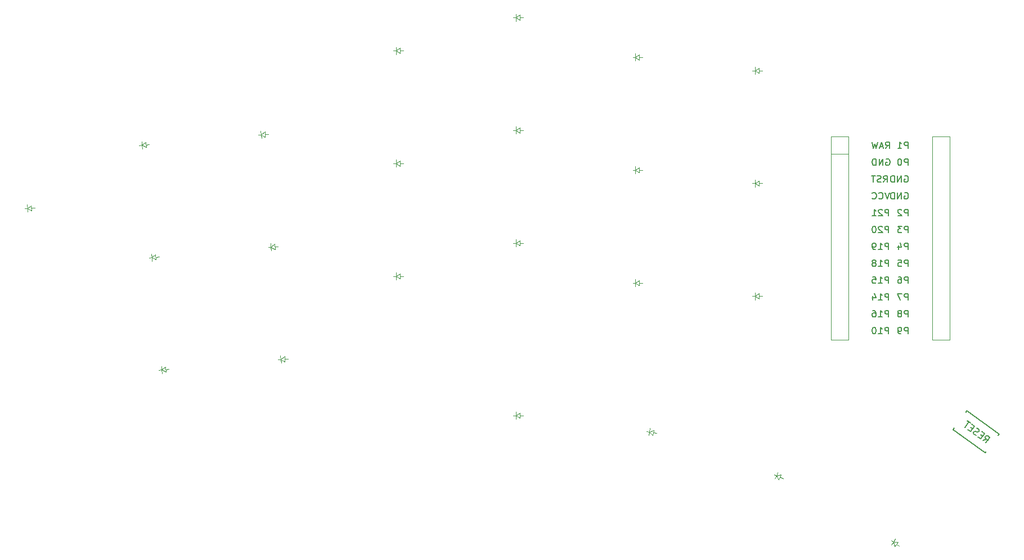
<source format=gbr>
%TF.GenerationSoftware,KiCad,Pcbnew,7.0.10*%
%TF.CreationDate,2024-02-18T22:51:37+03:00*%
%TF.ProjectId,jcuken_1,6a63756b-656e-45f3-912e-6b696361645f,0.1*%
%TF.SameCoordinates,Original*%
%TF.FileFunction,Legend,Bot*%
%TF.FilePolarity,Positive*%
%FSLAX46Y46*%
G04 Gerber Fmt 4.6, Leading zero omitted, Abs format (unit mm)*
G04 Created by KiCad (PCBNEW 7.0.10) date 2024-02-18 22:51:37*
%MOMM*%
%LPD*%
G01*
G04 APERTURE LIST*
%ADD10C,0.150000*%
%ADD11C,0.100000*%
%ADD12C,0.120000*%
G04 APERTURE END LIST*
D10*
X199431178Y-101397077D02*
X199980748Y-101207759D01*
X199893473Y-101732954D02*
X200481258Y-100923937D01*
X200481258Y-100923937D02*
X200173061Y-100700019D01*
X200173061Y-100700019D02*
X200068022Y-100682564D01*
X200068022Y-100682564D02*
X200001508Y-100693099D01*
X200001508Y-100693099D02*
X199907004Y-100742159D01*
X199907004Y-100742159D02*
X199823034Y-100857732D01*
X199823034Y-100857732D02*
X199805580Y-100962771D01*
X199805580Y-100962771D02*
X199816114Y-101029286D01*
X199816114Y-101029286D02*
X199865174Y-101123790D01*
X199865174Y-101123790D02*
X200173371Y-101347708D01*
X199392344Y-100721398D02*
X199122671Y-100525470D01*
X198699210Y-100865271D02*
X199084456Y-101145169D01*
X199084456Y-101145169D02*
X199672241Y-100336152D01*
X199672241Y-100336152D02*
X199286995Y-100056254D01*
X198419003Y-100602829D02*
X198275439Y-100557384D01*
X198275439Y-100557384D02*
X198082816Y-100417435D01*
X198082816Y-100417435D02*
X198033756Y-100322931D01*
X198033756Y-100322931D02*
X198023222Y-100256416D01*
X198023222Y-100256416D02*
X198040677Y-100151377D01*
X198040677Y-100151377D02*
X198096656Y-100074328D01*
X198096656Y-100074328D02*
X198191160Y-100025269D01*
X198191160Y-100025269D02*
X198257675Y-100014734D01*
X198257675Y-100014734D02*
X198362714Y-100032189D01*
X198362714Y-100032189D02*
X198544802Y-100105623D01*
X198544802Y-100105623D02*
X198649841Y-100123078D01*
X198649841Y-100123078D02*
X198716355Y-100112543D01*
X198716355Y-100112543D02*
X198810859Y-100063484D01*
X198810859Y-100063484D02*
X198866839Y-99986435D01*
X198866839Y-99986435D02*
X198884294Y-99881396D01*
X198884294Y-99881396D02*
X198873759Y-99814881D01*
X198873759Y-99814881D02*
X198824700Y-99720377D01*
X198824700Y-99720377D02*
X198632077Y-99580428D01*
X198632077Y-99580428D02*
X198488513Y-99534983D01*
X197889883Y-99629797D02*
X197620211Y-99433869D01*
X197196750Y-99773670D02*
X197581996Y-100053568D01*
X197581996Y-100053568D02*
X198169781Y-99244551D01*
X198169781Y-99244551D02*
X197784535Y-98964653D01*
X197553387Y-98796714D02*
X197091092Y-98460837D01*
X196734454Y-99437793D02*
X197322239Y-98628776D01*
X188157149Y-77714014D02*
X188157149Y-76714014D01*
X188157149Y-76714014D02*
X187776197Y-76714014D01*
X187776197Y-76714014D02*
X187680959Y-76761633D01*
X187680959Y-76761633D02*
X187633340Y-76809252D01*
X187633340Y-76809252D02*
X187585721Y-76904490D01*
X187585721Y-76904490D02*
X187585721Y-77047347D01*
X187585721Y-77047347D02*
X187633340Y-77142585D01*
X187633340Y-77142585D02*
X187680959Y-77190204D01*
X187680959Y-77190204D02*
X187776197Y-77237823D01*
X187776197Y-77237823D02*
X188157149Y-77237823D01*
X186728578Y-76714014D02*
X186919054Y-76714014D01*
X186919054Y-76714014D02*
X187014292Y-76761633D01*
X187014292Y-76761633D02*
X187061911Y-76809252D01*
X187061911Y-76809252D02*
X187157149Y-76952109D01*
X187157149Y-76952109D02*
X187204768Y-77142585D01*
X187204768Y-77142585D02*
X187204768Y-77523537D01*
X187204768Y-77523537D02*
X187157149Y-77618775D01*
X187157149Y-77618775D02*
X187109530Y-77666395D01*
X187109530Y-77666395D02*
X187014292Y-77714014D01*
X187014292Y-77714014D02*
X186823816Y-77714014D01*
X186823816Y-77714014D02*
X186728578Y-77666395D01*
X186728578Y-77666395D02*
X186680959Y-77618775D01*
X186680959Y-77618775D02*
X186633340Y-77523537D01*
X186633340Y-77523537D02*
X186633340Y-77285442D01*
X186633340Y-77285442D02*
X186680959Y-77190204D01*
X186680959Y-77190204D02*
X186728578Y-77142585D01*
X186728578Y-77142585D02*
X186823816Y-77094966D01*
X186823816Y-77094966D02*
X187014292Y-77094966D01*
X187014292Y-77094966D02*
X187109530Y-77142585D01*
X187109530Y-77142585D02*
X187157149Y-77190204D01*
X187157149Y-77190204D02*
X187204768Y-77285442D01*
X188157149Y-75174014D02*
X188157149Y-74174014D01*
X188157149Y-74174014D02*
X187776197Y-74174014D01*
X187776197Y-74174014D02*
X187680959Y-74221633D01*
X187680959Y-74221633D02*
X187633340Y-74269252D01*
X187633340Y-74269252D02*
X187585721Y-74364490D01*
X187585721Y-74364490D02*
X187585721Y-74507347D01*
X187585721Y-74507347D02*
X187633340Y-74602585D01*
X187633340Y-74602585D02*
X187680959Y-74650204D01*
X187680959Y-74650204D02*
X187776197Y-74697823D01*
X187776197Y-74697823D02*
X188157149Y-74697823D01*
X186680959Y-74174014D02*
X187157149Y-74174014D01*
X187157149Y-74174014D02*
X187204768Y-74650204D01*
X187204768Y-74650204D02*
X187157149Y-74602585D01*
X187157149Y-74602585D02*
X187061911Y-74554966D01*
X187061911Y-74554966D02*
X186823816Y-74554966D01*
X186823816Y-74554966D02*
X186728578Y-74602585D01*
X186728578Y-74602585D02*
X186680959Y-74650204D01*
X186680959Y-74650204D02*
X186633340Y-74745442D01*
X186633340Y-74745442D02*
X186633340Y-74983537D01*
X186633340Y-74983537D02*
X186680959Y-75078775D01*
X186680959Y-75078775D02*
X186728578Y-75126395D01*
X186728578Y-75126395D02*
X186823816Y-75174014D01*
X186823816Y-75174014D02*
X187061911Y-75174014D01*
X187061911Y-75174014D02*
X187157149Y-75126395D01*
X187157149Y-75126395D02*
X187204768Y-75078775D01*
X185259279Y-82794014D02*
X185259279Y-81794014D01*
X185259279Y-81794014D02*
X184878327Y-81794014D01*
X184878327Y-81794014D02*
X184783089Y-81841633D01*
X184783089Y-81841633D02*
X184735470Y-81889252D01*
X184735470Y-81889252D02*
X184687851Y-81984490D01*
X184687851Y-81984490D02*
X184687851Y-82127347D01*
X184687851Y-82127347D02*
X184735470Y-82222585D01*
X184735470Y-82222585D02*
X184783089Y-82270204D01*
X184783089Y-82270204D02*
X184878327Y-82317823D01*
X184878327Y-82317823D02*
X185259279Y-82317823D01*
X183735470Y-82794014D02*
X184306898Y-82794014D01*
X184021184Y-82794014D02*
X184021184Y-81794014D01*
X184021184Y-81794014D02*
X184116422Y-81936871D01*
X184116422Y-81936871D02*
X184211660Y-82032109D01*
X184211660Y-82032109D02*
X184306898Y-82079728D01*
X182878327Y-81794014D02*
X183068803Y-81794014D01*
X183068803Y-81794014D02*
X183164041Y-81841633D01*
X183164041Y-81841633D02*
X183211660Y-81889252D01*
X183211660Y-81889252D02*
X183306898Y-82032109D01*
X183306898Y-82032109D02*
X183354517Y-82222585D01*
X183354517Y-82222585D02*
X183354517Y-82603537D01*
X183354517Y-82603537D02*
X183306898Y-82698775D01*
X183306898Y-82698775D02*
X183259279Y-82746395D01*
X183259279Y-82746395D02*
X183164041Y-82794014D01*
X183164041Y-82794014D02*
X182973565Y-82794014D01*
X182973565Y-82794014D02*
X182878327Y-82746395D01*
X182878327Y-82746395D02*
X182830708Y-82698775D01*
X182830708Y-82698775D02*
X182783089Y-82603537D01*
X182783089Y-82603537D02*
X182783089Y-82365442D01*
X182783089Y-82365442D02*
X182830708Y-82270204D01*
X182830708Y-82270204D02*
X182878327Y-82222585D01*
X182878327Y-82222585D02*
X182973565Y-82174966D01*
X182973565Y-82174966D02*
X183164041Y-82174966D01*
X183164041Y-82174966D02*
X183259279Y-82222585D01*
X183259279Y-82222585D02*
X183306898Y-82270204D01*
X183306898Y-82270204D02*
X183354517Y-82365442D01*
X188157149Y-59934014D02*
X188157149Y-58934014D01*
X188157149Y-58934014D02*
X187776197Y-58934014D01*
X187776197Y-58934014D02*
X187680959Y-58981633D01*
X187680959Y-58981633D02*
X187633340Y-59029252D01*
X187633340Y-59029252D02*
X187585721Y-59124490D01*
X187585721Y-59124490D02*
X187585721Y-59267347D01*
X187585721Y-59267347D02*
X187633340Y-59362585D01*
X187633340Y-59362585D02*
X187680959Y-59410204D01*
X187680959Y-59410204D02*
X187776197Y-59457823D01*
X187776197Y-59457823D02*
X188157149Y-59457823D01*
X186966673Y-58934014D02*
X186871435Y-58934014D01*
X186871435Y-58934014D02*
X186776197Y-58981633D01*
X186776197Y-58981633D02*
X186728578Y-59029252D01*
X186728578Y-59029252D02*
X186680959Y-59124490D01*
X186680959Y-59124490D02*
X186633340Y-59314966D01*
X186633340Y-59314966D02*
X186633340Y-59553061D01*
X186633340Y-59553061D02*
X186680959Y-59743537D01*
X186680959Y-59743537D02*
X186728578Y-59838775D01*
X186728578Y-59838775D02*
X186776197Y-59886395D01*
X186776197Y-59886395D02*
X186871435Y-59934014D01*
X186871435Y-59934014D02*
X186966673Y-59934014D01*
X186966673Y-59934014D02*
X187061911Y-59886395D01*
X187061911Y-59886395D02*
X187109530Y-59838775D01*
X187109530Y-59838775D02*
X187157149Y-59743537D01*
X187157149Y-59743537D02*
X187204768Y-59553061D01*
X187204768Y-59553061D02*
X187204768Y-59314966D01*
X187204768Y-59314966D02*
X187157149Y-59124490D01*
X187157149Y-59124490D02*
X187109530Y-59029252D01*
X187109530Y-59029252D02*
X187061911Y-58981633D01*
X187061911Y-58981633D02*
X186966673Y-58934014D01*
X188157149Y-67554014D02*
X188157149Y-66554014D01*
X188157149Y-66554014D02*
X187776197Y-66554014D01*
X187776197Y-66554014D02*
X187680959Y-66601633D01*
X187680959Y-66601633D02*
X187633340Y-66649252D01*
X187633340Y-66649252D02*
X187585721Y-66744490D01*
X187585721Y-66744490D02*
X187585721Y-66887347D01*
X187585721Y-66887347D02*
X187633340Y-66982585D01*
X187633340Y-66982585D02*
X187680959Y-67030204D01*
X187680959Y-67030204D02*
X187776197Y-67077823D01*
X187776197Y-67077823D02*
X188157149Y-67077823D01*
X187204768Y-66649252D02*
X187157149Y-66601633D01*
X187157149Y-66601633D02*
X187061911Y-66554014D01*
X187061911Y-66554014D02*
X186823816Y-66554014D01*
X186823816Y-66554014D02*
X186728578Y-66601633D01*
X186728578Y-66601633D02*
X186680959Y-66649252D01*
X186680959Y-66649252D02*
X186633340Y-66744490D01*
X186633340Y-66744490D02*
X186633340Y-66839728D01*
X186633340Y-66839728D02*
X186680959Y-66982585D01*
X186680959Y-66982585D02*
X187252387Y-67554014D01*
X187252387Y-67554014D02*
X186633340Y-67554014D01*
X188157149Y-80254014D02*
X188157149Y-79254014D01*
X188157149Y-79254014D02*
X187776197Y-79254014D01*
X187776197Y-79254014D02*
X187680959Y-79301633D01*
X187680959Y-79301633D02*
X187633340Y-79349252D01*
X187633340Y-79349252D02*
X187585721Y-79444490D01*
X187585721Y-79444490D02*
X187585721Y-79587347D01*
X187585721Y-79587347D02*
X187633340Y-79682585D01*
X187633340Y-79682585D02*
X187680959Y-79730204D01*
X187680959Y-79730204D02*
X187776197Y-79777823D01*
X187776197Y-79777823D02*
X188157149Y-79777823D01*
X187252387Y-79254014D02*
X186585721Y-79254014D01*
X186585721Y-79254014D02*
X187014292Y-80254014D01*
X187633340Y-64061633D02*
X187728578Y-64014014D01*
X187728578Y-64014014D02*
X187871435Y-64014014D01*
X187871435Y-64014014D02*
X188014292Y-64061633D01*
X188014292Y-64061633D02*
X188109530Y-64156871D01*
X188109530Y-64156871D02*
X188157149Y-64252109D01*
X188157149Y-64252109D02*
X188204768Y-64442585D01*
X188204768Y-64442585D02*
X188204768Y-64585442D01*
X188204768Y-64585442D02*
X188157149Y-64775918D01*
X188157149Y-64775918D02*
X188109530Y-64871156D01*
X188109530Y-64871156D02*
X188014292Y-64966395D01*
X188014292Y-64966395D02*
X187871435Y-65014014D01*
X187871435Y-65014014D02*
X187776197Y-65014014D01*
X187776197Y-65014014D02*
X187633340Y-64966395D01*
X187633340Y-64966395D02*
X187585721Y-64918775D01*
X187585721Y-64918775D02*
X187585721Y-64585442D01*
X187585721Y-64585442D02*
X187776197Y-64585442D01*
X187157149Y-65014014D02*
X187157149Y-64014014D01*
X187157149Y-64014014D02*
X186585721Y-65014014D01*
X186585721Y-65014014D02*
X186585721Y-64014014D01*
X186109530Y-65014014D02*
X186109530Y-64014014D01*
X186109530Y-64014014D02*
X185871435Y-64014014D01*
X185871435Y-64014014D02*
X185728578Y-64061633D01*
X185728578Y-64061633D02*
X185633340Y-64156871D01*
X185633340Y-64156871D02*
X185585721Y-64252109D01*
X185585721Y-64252109D02*
X185538102Y-64442585D01*
X185538102Y-64442585D02*
X185538102Y-64585442D01*
X185538102Y-64585442D02*
X185585721Y-64775918D01*
X185585721Y-64775918D02*
X185633340Y-64871156D01*
X185633340Y-64871156D02*
X185728578Y-64966395D01*
X185728578Y-64966395D02*
X185871435Y-65014014D01*
X185871435Y-65014014D02*
X186109530Y-65014014D01*
X185259279Y-67554014D02*
X185259279Y-66554014D01*
X185259279Y-66554014D02*
X184878327Y-66554014D01*
X184878327Y-66554014D02*
X184783089Y-66601633D01*
X184783089Y-66601633D02*
X184735470Y-66649252D01*
X184735470Y-66649252D02*
X184687851Y-66744490D01*
X184687851Y-66744490D02*
X184687851Y-66887347D01*
X184687851Y-66887347D02*
X184735470Y-66982585D01*
X184735470Y-66982585D02*
X184783089Y-67030204D01*
X184783089Y-67030204D02*
X184878327Y-67077823D01*
X184878327Y-67077823D02*
X185259279Y-67077823D01*
X184306898Y-66649252D02*
X184259279Y-66601633D01*
X184259279Y-66601633D02*
X184164041Y-66554014D01*
X184164041Y-66554014D02*
X183925946Y-66554014D01*
X183925946Y-66554014D02*
X183830708Y-66601633D01*
X183830708Y-66601633D02*
X183783089Y-66649252D01*
X183783089Y-66649252D02*
X183735470Y-66744490D01*
X183735470Y-66744490D02*
X183735470Y-66839728D01*
X183735470Y-66839728D02*
X183783089Y-66982585D01*
X183783089Y-66982585D02*
X184354517Y-67554014D01*
X184354517Y-67554014D02*
X183735470Y-67554014D01*
X182783089Y-67554014D02*
X183354517Y-67554014D01*
X183068803Y-67554014D02*
X183068803Y-66554014D01*
X183068803Y-66554014D02*
X183164041Y-66696871D01*
X183164041Y-66696871D02*
X183259279Y-66792109D01*
X183259279Y-66792109D02*
X183354517Y-66839728D01*
X184878327Y-58981633D02*
X184973565Y-58934014D01*
X184973565Y-58934014D02*
X185116422Y-58934014D01*
X185116422Y-58934014D02*
X185259279Y-58981633D01*
X185259279Y-58981633D02*
X185354517Y-59076871D01*
X185354517Y-59076871D02*
X185402136Y-59172109D01*
X185402136Y-59172109D02*
X185449755Y-59362585D01*
X185449755Y-59362585D02*
X185449755Y-59505442D01*
X185449755Y-59505442D02*
X185402136Y-59695918D01*
X185402136Y-59695918D02*
X185354517Y-59791156D01*
X185354517Y-59791156D02*
X185259279Y-59886395D01*
X185259279Y-59886395D02*
X185116422Y-59934014D01*
X185116422Y-59934014D02*
X185021184Y-59934014D01*
X185021184Y-59934014D02*
X184878327Y-59886395D01*
X184878327Y-59886395D02*
X184830708Y-59838775D01*
X184830708Y-59838775D02*
X184830708Y-59505442D01*
X184830708Y-59505442D02*
X185021184Y-59505442D01*
X184402136Y-59934014D02*
X184402136Y-58934014D01*
X184402136Y-58934014D02*
X183830708Y-59934014D01*
X183830708Y-59934014D02*
X183830708Y-58934014D01*
X183354517Y-59934014D02*
X183354517Y-58934014D01*
X183354517Y-58934014D02*
X183116422Y-58934014D01*
X183116422Y-58934014D02*
X182973565Y-58981633D01*
X182973565Y-58981633D02*
X182878327Y-59076871D01*
X182878327Y-59076871D02*
X182830708Y-59172109D01*
X182830708Y-59172109D02*
X182783089Y-59362585D01*
X182783089Y-59362585D02*
X182783089Y-59505442D01*
X182783089Y-59505442D02*
X182830708Y-59695918D01*
X182830708Y-59695918D02*
X182878327Y-59791156D01*
X182878327Y-59791156D02*
X182973565Y-59886395D01*
X182973565Y-59886395D02*
X183116422Y-59934014D01*
X183116422Y-59934014D02*
X183354517Y-59934014D01*
X185259279Y-75174014D02*
X185259279Y-74174014D01*
X185259279Y-74174014D02*
X184878327Y-74174014D01*
X184878327Y-74174014D02*
X184783089Y-74221633D01*
X184783089Y-74221633D02*
X184735470Y-74269252D01*
X184735470Y-74269252D02*
X184687851Y-74364490D01*
X184687851Y-74364490D02*
X184687851Y-74507347D01*
X184687851Y-74507347D02*
X184735470Y-74602585D01*
X184735470Y-74602585D02*
X184783089Y-74650204D01*
X184783089Y-74650204D02*
X184878327Y-74697823D01*
X184878327Y-74697823D02*
X185259279Y-74697823D01*
X183735470Y-75174014D02*
X184306898Y-75174014D01*
X184021184Y-75174014D02*
X184021184Y-74174014D01*
X184021184Y-74174014D02*
X184116422Y-74316871D01*
X184116422Y-74316871D02*
X184211660Y-74412109D01*
X184211660Y-74412109D02*
X184306898Y-74459728D01*
X183164041Y-74602585D02*
X183259279Y-74554966D01*
X183259279Y-74554966D02*
X183306898Y-74507347D01*
X183306898Y-74507347D02*
X183354517Y-74412109D01*
X183354517Y-74412109D02*
X183354517Y-74364490D01*
X183354517Y-74364490D02*
X183306898Y-74269252D01*
X183306898Y-74269252D02*
X183259279Y-74221633D01*
X183259279Y-74221633D02*
X183164041Y-74174014D01*
X183164041Y-74174014D02*
X182973565Y-74174014D01*
X182973565Y-74174014D02*
X182878327Y-74221633D01*
X182878327Y-74221633D02*
X182830708Y-74269252D01*
X182830708Y-74269252D02*
X182783089Y-74364490D01*
X182783089Y-74364490D02*
X182783089Y-74412109D01*
X182783089Y-74412109D02*
X182830708Y-74507347D01*
X182830708Y-74507347D02*
X182878327Y-74554966D01*
X182878327Y-74554966D02*
X182973565Y-74602585D01*
X182973565Y-74602585D02*
X183164041Y-74602585D01*
X183164041Y-74602585D02*
X183259279Y-74650204D01*
X183259279Y-74650204D02*
X183306898Y-74697823D01*
X183306898Y-74697823D02*
X183354517Y-74793061D01*
X183354517Y-74793061D02*
X183354517Y-74983537D01*
X183354517Y-74983537D02*
X183306898Y-75078775D01*
X183306898Y-75078775D02*
X183259279Y-75126395D01*
X183259279Y-75126395D02*
X183164041Y-75174014D01*
X183164041Y-75174014D02*
X182973565Y-75174014D01*
X182973565Y-75174014D02*
X182878327Y-75126395D01*
X182878327Y-75126395D02*
X182830708Y-75078775D01*
X182830708Y-75078775D02*
X182783089Y-74983537D01*
X182783089Y-74983537D02*
X182783089Y-74793061D01*
X182783089Y-74793061D02*
X182830708Y-74697823D01*
X182830708Y-74697823D02*
X182878327Y-74650204D01*
X182878327Y-74650204D02*
X182973565Y-74602585D01*
X185259279Y-80254014D02*
X185259279Y-79254014D01*
X185259279Y-79254014D02*
X184878327Y-79254014D01*
X184878327Y-79254014D02*
X184783089Y-79301633D01*
X184783089Y-79301633D02*
X184735470Y-79349252D01*
X184735470Y-79349252D02*
X184687851Y-79444490D01*
X184687851Y-79444490D02*
X184687851Y-79587347D01*
X184687851Y-79587347D02*
X184735470Y-79682585D01*
X184735470Y-79682585D02*
X184783089Y-79730204D01*
X184783089Y-79730204D02*
X184878327Y-79777823D01*
X184878327Y-79777823D02*
X185259279Y-79777823D01*
X183735470Y-80254014D02*
X184306898Y-80254014D01*
X184021184Y-80254014D02*
X184021184Y-79254014D01*
X184021184Y-79254014D02*
X184116422Y-79396871D01*
X184116422Y-79396871D02*
X184211660Y-79492109D01*
X184211660Y-79492109D02*
X184306898Y-79539728D01*
X182878327Y-79587347D02*
X182878327Y-80254014D01*
X183116422Y-79206395D02*
X183354517Y-79920680D01*
X183354517Y-79920680D02*
X182735470Y-79920680D01*
X187633340Y-61521633D02*
X187728578Y-61474014D01*
X187728578Y-61474014D02*
X187871435Y-61474014D01*
X187871435Y-61474014D02*
X188014292Y-61521633D01*
X188014292Y-61521633D02*
X188109530Y-61616871D01*
X188109530Y-61616871D02*
X188157149Y-61712109D01*
X188157149Y-61712109D02*
X188204768Y-61902585D01*
X188204768Y-61902585D02*
X188204768Y-62045442D01*
X188204768Y-62045442D02*
X188157149Y-62235918D01*
X188157149Y-62235918D02*
X188109530Y-62331156D01*
X188109530Y-62331156D02*
X188014292Y-62426395D01*
X188014292Y-62426395D02*
X187871435Y-62474014D01*
X187871435Y-62474014D02*
X187776197Y-62474014D01*
X187776197Y-62474014D02*
X187633340Y-62426395D01*
X187633340Y-62426395D02*
X187585721Y-62378775D01*
X187585721Y-62378775D02*
X187585721Y-62045442D01*
X187585721Y-62045442D02*
X187776197Y-62045442D01*
X187157149Y-62474014D02*
X187157149Y-61474014D01*
X187157149Y-61474014D02*
X186585721Y-62474014D01*
X186585721Y-62474014D02*
X186585721Y-61474014D01*
X186109530Y-62474014D02*
X186109530Y-61474014D01*
X186109530Y-61474014D02*
X185871435Y-61474014D01*
X185871435Y-61474014D02*
X185728578Y-61521633D01*
X185728578Y-61521633D02*
X185633340Y-61616871D01*
X185633340Y-61616871D02*
X185585721Y-61712109D01*
X185585721Y-61712109D02*
X185538102Y-61902585D01*
X185538102Y-61902585D02*
X185538102Y-62045442D01*
X185538102Y-62045442D02*
X185585721Y-62235918D01*
X185585721Y-62235918D02*
X185633340Y-62331156D01*
X185633340Y-62331156D02*
X185728578Y-62426395D01*
X185728578Y-62426395D02*
X185871435Y-62474014D01*
X185871435Y-62474014D02*
X186109530Y-62474014D01*
X184497375Y-62474014D02*
X184830708Y-61997823D01*
X185068803Y-62474014D02*
X185068803Y-61474014D01*
X185068803Y-61474014D02*
X184687851Y-61474014D01*
X184687851Y-61474014D02*
X184592613Y-61521633D01*
X184592613Y-61521633D02*
X184544994Y-61569252D01*
X184544994Y-61569252D02*
X184497375Y-61664490D01*
X184497375Y-61664490D02*
X184497375Y-61807347D01*
X184497375Y-61807347D02*
X184544994Y-61902585D01*
X184544994Y-61902585D02*
X184592613Y-61950204D01*
X184592613Y-61950204D02*
X184687851Y-61997823D01*
X184687851Y-61997823D02*
X185068803Y-61997823D01*
X184116422Y-62426395D02*
X183973565Y-62474014D01*
X183973565Y-62474014D02*
X183735470Y-62474014D01*
X183735470Y-62474014D02*
X183640232Y-62426395D01*
X183640232Y-62426395D02*
X183592613Y-62378775D01*
X183592613Y-62378775D02*
X183544994Y-62283537D01*
X183544994Y-62283537D02*
X183544994Y-62188299D01*
X183544994Y-62188299D02*
X183592613Y-62093061D01*
X183592613Y-62093061D02*
X183640232Y-62045442D01*
X183640232Y-62045442D02*
X183735470Y-61997823D01*
X183735470Y-61997823D02*
X183925946Y-61950204D01*
X183925946Y-61950204D02*
X184021184Y-61902585D01*
X184021184Y-61902585D02*
X184068803Y-61854966D01*
X184068803Y-61854966D02*
X184116422Y-61759728D01*
X184116422Y-61759728D02*
X184116422Y-61664490D01*
X184116422Y-61664490D02*
X184068803Y-61569252D01*
X184068803Y-61569252D02*
X184021184Y-61521633D01*
X184021184Y-61521633D02*
X183925946Y-61474014D01*
X183925946Y-61474014D02*
X183687851Y-61474014D01*
X183687851Y-61474014D02*
X183544994Y-61521633D01*
X183259279Y-61474014D02*
X182687851Y-61474014D01*
X182973565Y-62474014D02*
X182973565Y-61474014D01*
X188157149Y-85334014D02*
X188157149Y-84334014D01*
X188157149Y-84334014D02*
X187776197Y-84334014D01*
X187776197Y-84334014D02*
X187680959Y-84381633D01*
X187680959Y-84381633D02*
X187633340Y-84429252D01*
X187633340Y-84429252D02*
X187585721Y-84524490D01*
X187585721Y-84524490D02*
X187585721Y-84667347D01*
X187585721Y-84667347D02*
X187633340Y-84762585D01*
X187633340Y-84762585D02*
X187680959Y-84810204D01*
X187680959Y-84810204D02*
X187776197Y-84857823D01*
X187776197Y-84857823D02*
X188157149Y-84857823D01*
X187109530Y-85334014D02*
X186919054Y-85334014D01*
X186919054Y-85334014D02*
X186823816Y-85286395D01*
X186823816Y-85286395D02*
X186776197Y-85238775D01*
X186776197Y-85238775D02*
X186680959Y-85095918D01*
X186680959Y-85095918D02*
X186633340Y-84905442D01*
X186633340Y-84905442D02*
X186633340Y-84524490D01*
X186633340Y-84524490D02*
X186680959Y-84429252D01*
X186680959Y-84429252D02*
X186728578Y-84381633D01*
X186728578Y-84381633D02*
X186823816Y-84334014D01*
X186823816Y-84334014D02*
X187014292Y-84334014D01*
X187014292Y-84334014D02*
X187109530Y-84381633D01*
X187109530Y-84381633D02*
X187157149Y-84429252D01*
X187157149Y-84429252D02*
X187204768Y-84524490D01*
X187204768Y-84524490D02*
X187204768Y-84762585D01*
X187204768Y-84762585D02*
X187157149Y-84857823D01*
X187157149Y-84857823D02*
X187109530Y-84905442D01*
X187109530Y-84905442D02*
X187014292Y-84953061D01*
X187014292Y-84953061D02*
X186823816Y-84953061D01*
X186823816Y-84953061D02*
X186728578Y-84905442D01*
X186728578Y-84905442D02*
X186680959Y-84857823D01*
X186680959Y-84857823D02*
X186633340Y-84762585D01*
X188157149Y-57394014D02*
X188157149Y-56394014D01*
X188157149Y-56394014D02*
X187776197Y-56394014D01*
X187776197Y-56394014D02*
X187680959Y-56441633D01*
X187680959Y-56441633D02*
X187633340Y-56489252D01*
X187633340Y-56489252D02*
X187585721Y-56584490D01*
X187585721Y-56584490D02*
X187585721Y-56727347D01*
X187585721Y-56727347D02*
X187633340Y-56822585D01*
X187633340Y-56822585D02*
X187680959Y-56870204D01*
X187680959Y-56870204D02*
X187776197Y-56917823D01*
X187776197Y-56917823D02*
X188157149Y-56917823D01*
X186633340Y-57394014D02*
X187204768Y-57394014D01*
X186919054Y-57394014D02*
X186919054Y-56394014D01*
X186919054Y-56394014D02*
X187014292Y-56536871D01*
X187014292Y-56536871D02*
X187109530Y-56632109D01*
X187109530Y-56632109D02*
X187204768Y-56679728D01*
X185259279Y-72634014D02*
X185259279Y-71634014D01*
X185259279Y-71634014D02*
X184878327Y-71634014D01*
X184878327Y-71634014D02*
X184783089Y-71681633D01*
X184783089Y-71681633D02*
X184735470Y-71729252D01*
X184735470Y-71729252D02*
X184687851Y-71824490D01*
X184687851Y-71824490D02*
X184687851Y-71967347D01*
X184687851Y-71967347D02*
X184735470Y-72062585D01*
X184735470Y-72062585D02*
X184783089Y-72110204D01*
X184783089Y-72110204D02*
X184878327Y-72157823D01*
X184878327Y-72157823D02*
X185259279Y-72157823D01*
X183735470Y-72634014D02*
X184306898Y-72634014D01*
X184021184Y-72634014D02*
X184021184Y-71634014D01*
X184021184Y-71634014D02*
X184116422Y-71776871D01*
X184116422Y-71776871D02*
X184211660Y-71872109D01*
X184211660Y-71872109D02*
X184306898Y-71919728D01*
X183259279Y-72634014D02*
X183068803Y-72634014D01*
X183068803Y-72634014D02*
X182973565Y-72586395D01*
X182973565Y-72586395D02*
X182925946Y-72538775D01*
X182925946Y-72538775D02*
X182830708Y-72395918D01*
X182830708Y-72395918D02*
X182783089Y-72205442D01*
X182783089Y-72205442D02*
X182783089Y-71824490D01*
X182783089Y-71824490D02*
X182830708Y-71729252D01*
X182830708Y-71729252D02*
X182878327Y-71681633D01*
X182878327Y-71681633D02*
X182973565Y-71634014D01*
X182973565Y-71634014D02*
X183164041Y-71634014D01*
X183164041Y-71634014D02*
X183259279Y-71681633D01*
X183259279Y-71681633D02*
X183306898Y-71729252D01*
X183306898Y-71729252D02*
X183354517Y-71824490D01*
X183354517Y-71824490D02*
X183354517Y-72062585D01*
X183354517Y-72062585D02*
X183306898Y-72157823D01*
X183306898Y-72157823D02*
X183259279Y-72205442D01*
X183259279Y-72205442D02*
X183164041Y-72253061D01*
X183164041Y-72253061D02*
X182973565Y-72253061D01*
X182973565Y-72253061D02*
X182878327Y-72205442D01*
X182878327Y-72205442D02*
X182830708Y-72157823D01*
X182830708Y-72157823D02*
X182783089Y-72062585D01*
X188157149Y-72634014D02*
X188157149Y-71634014D01*
X188157149Y-71634014D02*
X187776197Y-71634014D01*
X187776197Y-71634014D02*
X187680959Y-71681633D01*
X187680959Y-71681633D02*
X187633340Y-71729252D01*
X187633340Y-71729252D02*
X187585721Y-71824490D01*
X187585721Y-71824490D02*
X187585721Y-71967347D01*
X187585721Y-71967347D02*
X187633340Y-72062585D01*
X187633340Y-72062585D02*
X187680959Y-72110204D01*
X187680959Y-72110204D02*
X187776197Y-72157823D01*
X187776197Y-72157823D02*
X188157149Y-72157823D01*
X186728578Y-71967347D02*
X186728578Y-72634014D01*
X186966673Y-71586395D02*
X187204768Y-72300680D01*
X187204768Y-72300680D02*
X186585721Y-72300680D01*
X185354517Y-64014014D02*
X185021184Y-65014014D01*
X185021184Y-65014014D02*
X184687851Y-64014014D01*
X183783089Y-64918775D02*
X183830708Y-64966395D01*
X183830708Y-64966395D02*
X183973565Y-65014014D01*
X183973565Y-65014014D02*
X184068803Y-65014014D01*
X184068803Y-65014014D02*
X184211660Y-64966395D01*
X184211660Y-64966395D02*
X184306898Y-64871156D01*
X184306898Y-64871156D02*
X184354517Y-64775918D01*
X184354517Y-64775918D02*
X184402136Y-64585442D01*
X184402136Y-64585442D02*
X184402136Y-64442585D01*
X184402136Y-64442585D02*
X184354517Y-64252109D01*
X184354517Y-64252109D02*
X184306898Y-64156871D01*
X184306898Y-64156871D02*
X184211660Y-64061633D01*
X184211660Y-64061633D02*
X184068803Y-64014014D01*
X184068803Y-64014014D02*
X183973565Y-64014014D01*
X183973565Y-64014014D02*
X183830708Y-64061633D01*
X183830708Y-64061633D02*
X183783089Y-64109252D01*
X182783089Y-64918775D02*
X182830708Y-64966395D01*
X182830708Y-64966395D02*
X182973565Y-65014014D01*
X182973565Y-65014014D02*
X183068803Y-65014014D01*
X183068803Y-65014014D02*
X183211660Y-64966395D01*
X183211660Y-64966395D02*
X183306898Y-64871156D01*
X183306898Y-64871156D02*
X183354517Y-64775918D01*
X183354517Y-64775918D02*
X183402136Y-64585442D01*
X183402136Y-64585442D02*
X183402136Y-64442585D01*
X183402136Y-64442585D02*
X183354517Y-64252109D01*
X183354517Y-64252109D02*
X183306898Y-64156871D01*
X183306898Y-64156871D02*
X183211660Y-64061633D01*
X183211660Y-64061633D02*
X183068803Y-64014014D01*
X183068803Y-64014014D02*
X182973565Y-64014014D01*
X182973565Y-64014014D02*
X182830708Y-64061633D01*
X182830708Y-64061633D02*
X182783089Y-64109252D01*
X188157149Y-82794014D02*
X188157149Y-81794014D01*
X188157149Y-81794014D02*
X187776197Y-81794014D01*
X187776197Y-81794014D02*
X187680959Y-81841633D01*
X187680959Y-81841633D02*
X187633340Y-81889252D01*
X187633340Y-81889252D02*
X187585721Y-81984490D01*
X187585721Y-81984490D02*
X187585721Y-82127347D01*
X187585721Y-82127347D02*
X187633340Y-82222585D01*
X187633340Y-82222585D02*
X187680959Y-82270204D01*
X187680959Y-82270204D02*
X187776197Y-82317823D01*
X187776197Y-82317823D02*
X188157149Y-82317823D01*
X187014292Y-82222585D02*
X187109530Y-82174966D01*
X187109530Y-82174966D02*
X187157149Y-82127347D01*
X187157149Y-82127347D02*
X187204768Y-82032109D01*
X187204768Y-82032109D02*
X187204768Y-81984490D01*
X187204768Y-81984490D02*
X187157149Y-81889252D01*
X187157149Y-81889252D02*
X187109530Y-81841633D01*
X187109530Y-81841633D02*
X187014292Y-81794014D01*
X187014292Y-81794014D02*
X186823816Y-81794014D01*
X186823816Y-81794014D02*
X186728578Y-81841633D01*
X186728578Y-81841633D02*
X186680959Y-81889252D01*
X186680959Y-81889252D02*
X186633340Y-81984490D01*
X186633340Y-81984490D02*
X186633340Y-82032109D01*
X186633340Y-82032109D02*
X186680959Y-82127347D01*
X186680959Y-82127347D02*
X186728578Y-82174966D01*
X186728578Y-82174966D02*
X186823816Y-82222585D01*
X186823816Y-82222585D02*
X187014292Y-82222585D01*
X187014292Y-82222585D02*
X187109530Y-82270204D01*
X187109530Y-82270204D02*
X187157149Y-82317823D01*
X187157149Y-82317823D02*
X187204768Y-82413061D01*
X187204768Y-82413061D02*
X187204768Y-82603537D01*
X187204768Y-82603537D02*
X187157149Y-82698775D01*
X187157149Y-82698775D02*
X187109530Y-82746395D01*
X187109530Y-82746395D02*
X187014292Y-82794014D01*
X187014292Y-82794014D02*
X186823816Y-82794014D01*
X186823816Y-82794014D02*
X186728578Y-82746395D01*
X186728578Y-82746395D02*
X186680959Y-82698775D01*
X186680959Y-82698775D02*
X186633340Y-82603537D01*
X186633340Y-82603537D02*
X186633340Y-82413061D01*
X186633340Y-82413061D02*
X186680959Y-82317823D01*
X186680959Y-82317823D02*
X186728578Y-82270204D01*
X186728578Y-82270204D02*
X186823816Y-82222585D01*
X185259279Y-77714014D02*
X185259279Y-76714014D01*
X185259279Y-76714014D02*
X184878327Y-76714014D01*
X184878327Y-76714014D02*
X184783089Y-76761633D01*
X184783089Y-76761633D02*
X184735470Y-76809252D01*
X184735470Y-76809252D02*
X184687851Y-76904490D01*
X184687851Y-76904490D02*
X184687851Y-77047347D01*
X184687851Y-77047347D02*
X184735470Y-77142585D01*
X184735470Y-77142585D02*
X184783089Y-77190204D01*
X184783089Y-77190204D02*
X184878327Y-77237823D01*
X184878327Y-77237823D02*
X185259279Y-77237823D01*
X183735470Y-77714014D02*
X184306898Y-77714014D01*
X184021184Y-77714014D02*
X184021184Y-76714014D01*
X184021184Y-76714014D02*
X184116422Y-76856871D01*
X184116422Y-76856871D02*
X184211660Y-76952109D01*
X184211660Y-76952109D02*
X184306898Y-76999728D01*
X182830708Y-76714014D02*
X183306898Y-76714014D01*
X183306898Y-76714014D02*
X183354517Y-77190204D01*
X183354517Y-77190204D02*
X183306898Y-77142585D01*
X183306898Y-77142585D02*
X183211660Y-77094966D01*
X183211660Y-77094966D02*
X182973565Y-77094966D01*
X182973565Y-77094966D02*
X182878327Y-77142585D01*
X182878327Y-77142585D02*
X182830708Y-77190204D01*
X182830708Y-77190204D02*
X182783089Y-77285442D01*
X182783089Y-77285442D02*
X182783089Y-77523537D01*
X182783089Y-77523537D02*
X182830708Y-77618775D01*
X182830708Y-77618775D02*
X182878327Y-77666395D01*
X182878327Y-77666395D02*
X182973565Y-77714014D01*
X182973565Y-77714014D02*
X183211660Y-77714014D01*
X183211660Y-77714014D02*
X183306898Y-77666395D01*
X183306898Y-77666395D02*
X183354517Y-77618775D01*
X188157149Y-70094014D02*
X188157149Y-69094014D01*
X188157149Y-69094014D02*
X187776197Y-69094014D01*
X187776197Y-69094014D02*
X187680959Y-69141633D01*
X187680959Y-69141633D02*
X187633340Y-69189252D01*
X187633340Y-69189252D02*
X187585721Y-69284490D01*
X187585721Y-69284490D02*
X187585721Y-69427347D01*
X187585721Y-69427347D02*
X187633340Y-69522585D01*
X187633340Y-69522585D02*
X187680959Y-69570204D01*
X187680959Y-69570204D02*
X187776197Y-69617823D01*
X187776197Y-69617823D02*
X188157149Y-69617823D01*
X187252387Y-69094014D02*
X186633340Y-69094014D01*
X186633340Y-69094014D02*
X186966673Y-69474966D01*
X186966673Y-69474966D02*
X186823816Y-69474966D01*
X186823816Y-69474966D02*
X186728578Y-69522585D01*
X186728578Y-69522585D02*
X186680959Y-69570204D01*
X186680959Y-69570204D02*
X186633340Y-69665442D01*
X186633340Y-69665442D02*
X186633340Y-69903537D01*
X186633340Y-69903537D02*
X186680959Y-69998775D01*
X186680959Y-69998775D02*
X186728578Y-70046395D01*
X186728578Y-70046395D02*
X186823816Y-70094014D01*
X186823816Y-70094014D02*
X187109530Y-70094014D01*
X187109530Y-70094014D02*
X187204768Y-70046395D01*
X187204768Y-70046395D02*
X187252387Y-69998775D01*
X184783089Y-57394014D02*
X185116422Y-56917823D01*
X185354517Y-57394014D02*
X185354517Y-56394014D01*
X185354517Y-56394014D02*
X184973565Y-56394014D01*
X184973565Y-56394014D02*
X184878327Y-56441633D01*
X184878327Y-56441633D02*
X184830708Y-56489252D01*
X184830708Y-56489252D02*
X184783089Y-56584490D01*
X184783089Y-56584490D02*
X184783089Y-56727347D01*
X184783089Y-56727347D02*
X184830708Y-56822585D01*
X184830708Y-56822585D02*
X184878327Y-56870204D01*
X184878327Y-56870204D02*
X184973565Y-56917823D01*
X184973565Y-56917823D02*
X185354517Y-56917823D01*
X184402136Y-57108299D02*
X183925946Y-57108299D01*
X184497374Y-57394014D02*
X184164041Y-56394014D01*
X184164041Y-56394014D02*
X183830708Y-57394014D01*
X183592612Y-56394014D02*
X183354517Y-57394014D01*
X183354517Y-57394014D02*
X183164041Y-56679728D01*
X183164041Y-56679728D02*
X182973565Y-57394014D01*
X182973565Y-57394014D02*
X182735470Y-56394014D01*
X185259279Y-85334014D02*
X185259279Y-84334014D01*
X185259279Y-84334014D02*
X184878327Y-84334014D01*
X184878327Y-84334014D02*
X184783089Y-84381633D01*
X184783089Y-84381633D02*
X184735470Y-84429252D01*
X184735470Y-84429252D02*
X184687851Y-84524490D01*
X184687851Y-84524490D02*
X184687851Y-84667347D01*
X184687851Y-84667347D02*
X184735470Y-84762585D01*
X184735470Y-84762585D02*
X184783089Y-84810204D01*
X184783089Y-84810204D02*
X184878327Y-84857823D01*
X184878327Y-84857823D02*
X185259279Y-84857823D01*
X183735470Y-85334014D02*
X184306898Y-85334014D01*
X184021184Y-85334014D02*
X184021184Y-84334014D01*
X184021184Y-84334014D02*
X184116422Y-84476871D01*
X184116422Y-84476871D02*
X184211660Y-84572109D01*
X184211660Y-84572109D02*
X184306898Y-84619728D01*
X183116422Y-84334014D02*
X183021184Y-84334014D01*
X183021184Y-84334014D02*
X182925946Y-84381633D01*
X182925946Y-84381633D02*
X182878327Y-84429252D01*
X182878327Y-84429252D02*
X182830708Y-84524490D01*
X182830708Y-84524490D02*
X182783089Y-84714966D01*
X182783089Y-84714966D02*
X182783089Y-84953061D01*
X182783089Y-84953061D02*
X182830708Y-85143537D01*
X182830708Y-85143537D02*
X182878327Y-85238775D01*
X182878327Y-85238775D02*
X182925946Y-85286395D01*
X182925946Y-85286395D02*
X183021184Y-85334014D01*
X183021184Y-85334014D02*
X183116422Y-85334014D01*
X183116422Y-85334014D02*
X183211660Y-85286395D01*
X183211660Y-85286395D02*
X183259279Y-85238775D01*
X183259279Y-85238775D02*
X183306898Y-85143537D01*
X183306898Y-85143537D02*
X183354517Y-84953061D01*
X183354517Y-84953061D02*
X183354517Y-84714966D01*
X183354517Y-84714966D02*
X183306898Y-84524490D01*
X183306898Y-84524490D02*
X183259279Y-84429252D01*
X183259279Y-84429252D02*
X183211660Y-84381633D01*
X183211660Y-84381633D02*
X183116422Y-84334014D01*
X185259279Y-70094014D02*
X185259279Y-69094014D01*
X185259279Y-69094014D02*
X184878327Y-69094014D01*
X184878327Y-69094014D02*
X184783089Y-69141633D01*
X184783089Y-69141633D02*
X184735470Y-69189252D01*
X184735470Y-69189252D02*
X184687851Y-69284490D01*
X184687851Y-69284490D02*
X184687851Y-69427347D01*
X184687851Y-69427347D02*
X184735470Y-69522585D01*
X184735470Y-69522585D02*
X184783089Y-69570204D01*
X184783089Y-69570204D02*
X184878327Y-69617823D01*
X184878327Y-69617823D02*
X185259279Y-69617823D01*
X184306898Y-69189252D02*
X184259279Y-69141633D01*
X184259279Y-69141633D02*
X184164041Y-69094014D01*
X184164041Y-69094014D02*
X183925946Y-69094014D01*
X183925946Y-69094014D02*
X183830708Y-69141633D01*
X183830708Y-69141633D02*
X183783089Y-69189252D01*
X183783089Y-69189252D02*
X183735470Y-69284490D01*
X183735470Y-69284490D02*
X183735470Y-69379728D01*
X183735470Y-69379728D02*
X183783089Y-69522585D01*
X183783089Y-69522585D02*
X184354517Y-70094014D01*
X184354517Y-70094014D02*
X183735470Y-70094014D01*
X183116422Y-69094014D02*
X183021184Y-69094014D01*
X183021184Y-69094014D02*
X182925946Y-69141633D01*
X182925946Y-69141633D02*
X182878327Y-69189252D01*
X182878327Y-69189252D02*
X182830708Y-69284490D01*
X182830708Y-69284490D02*
X182783089Y-69474966D01*
X182783089Y-69474966D02*
X182783089Y-69713061D01*
X182783089Y-69713061D02*
X182830708Y-69903537D01*
X182830708Y-69903537D02*
X182878327Y-69998775D01*
X182878327Y-69998775D02*
X182925946Y-70046395D01*
X182925946Y-70046395D02*
X183021184Y-70094014D01*
X183021184Y-70094014D02*
X183116422Y-70094014D01*
X183116422Y-70094014D02*
X183211660Y-70046395D01*
X183211660Y-70046395D02*
X183259279Y-69998775D01*
X183259279Y-69998775D02*
X183306898Y-69903537D01*
X183306898Y-69903537D02*
X183354517Y-69713061D01*
X183354517Y-69713061D02*
X183354517Y-69474966D01*
X183354517Y-69474966D02*
X183306898Y-69284490D01*
X183306898Y-69284490D02*
X183259279Y-69189252D01*
X183259279Y-69189252D02*
X183211660Y-69141633D01*
X183211660Y-69141633D02*
X183116422Y-69094014D01*
%TO.C,B1*%
X197022341Y-96921649D02*
X201876443Y-100448360D01*
X196875395Y-97123903D02*
X197022341Y-96921649D01*
X194965093Y-99753208D02*
X195112039Y-99550954D01*
X201876443Y-100448360D02*
X201729497Y-100650614D01*
X199966141Y-103077665D02*
X199819195Y-103279919D01*
X199819195Y-103279919D02*
X194965093Y-99753208D01*
D11*
%TO.C,D3*%
X73966553Y-73834352D02*
X74365031Y-73799490D01*
X74365031Y-73799490D02*
X74317095Y-73251582D01*
X74365031Y-73799490D02*
X74412967Y-74347397D01*
X74365031Y-73799490D02*
X74927885Y-73348718D01*
X74927885Y-73348718D02*
X74997610Y-74145674D01*
X74962748Y-73747196D02*
X75460845Y-73703618D01*
X74997610Y-74145674D02*
X74365031Y-73799490D01*
%TO.C,D23*%
X185617461Y-116447047D02*
X185941068Y-116682161D01*
X185941068Y-116682161D02*
X186264350Y-116237202D01*
X185941068Y-116682161D02*
X185617786Y-117127121D01*
X185941068Y-116682161D02*
X186661592Y-116711226D01*
X186661592Y-116711226D02*
X186191364Y-117358439D01*
X186426478Y-117034832D02*
X186830987Y-117328725D01*
X186191364Y-117358439D02*
X185941068Y-116682161D01*
%TO.C,D8*%
X110743929Y-76639195D02*
X111143929Y-76639195D01*
X111143929Y-76639195D02*
X111143929Y-76089195D01*
X111143929Y-76639195D02*
X111143929Y-77189195D01*
X111143929Y-76639195D02*
X111743929Y-76239195D01*
X111743929Y-76239195D02*
X111743929Y-77039195D01*
X111743929Y-76639195D02*
X112243929Y-76639195D01*
X111743929Y-77039195D02*
X111143929Y-76639195D01*
%TO.C,D18*%
X164743929Y-62639194D02*
X165143929Y-62639194D01*
X165143929Y-62639194D02*
X165143929Y-62089194D01*
X165143929Y-62639194D02*
X165143929Y-63189194D01*
X165143929Y-62639194D02*
X165743929Y-62239194D01*
X165743929Y-62239194D02*
X165743929Y-63039194D01*
X165743929Y-62639194D02*
X166243929Y-62639194D01*
X165743929Y-63039194D02*
X165143929Y-62639194D01*
%TO.C,D2*%
X75448201Y-90769662D02*
X75846679Y-90734800D01*
X75846679Y-90734800D02*
X75798743Y-90186892D01*
X75846679Y-90734800D02*
X75894615Y-91282707D01*
X75846679Y-90734800D02*
X76409533Y-90284028D01*
X76409533Y-90284028D02*
X76479258Y-91080984D01*
X76444396Y-90682506D02*
X76942493Y-90638928D01*
X76479258Y-91080984D02*
X75846679Y-90734800D01*
%TO.C,D21*%
X148835199Y-100013632D02*
X149226458Y-100096797D01*
X149226458Y-100096797D02*
X149340810Y-99558816D01*
X149226458Y-100096797D02*
X149112107Y-100634778D01*
X149226458Y-100096797D02*
X149896512Y-99830285D01*
X149896512Y-99830285D02*
X149730182Y-100612803D01*
X149813347Y-100221544D02*
X150302421Y-100325500D01*
X149730182Y-100612803D02*
X149226458Y-100096797D01*
%TO.C,D11*%
X128743929Y-71639195D02*
X129143929Y-71639195D01*
X129143929Y-71639195D02*
X129143929Y-71089195D01*
X129143929Y-71639195D02*
X129143929Y-72189195D01*
X129143929Y-71639195D02*
X129743929Y-71239195D01*
X129743929Y-71239195D02*
X129743929Y-72039195D01*
X129743929Y-71639195D02*
X130243929Y-71639195D01*
X129743929Y-72039195D02*
X129143929Y-71639195D01*
%TO.C,D1*%
X55250647Y-66437403D02*
X55649125Y-66402541D01*
X55649125Y-66402541D02*
X55601189Y-65854633D01*
X55649125Y-66402541D02*
X55697061Y-66950448D01*
X55649125Y-66402541D02*
X56211979Y-65951769D01*
X56211979Y-65951769D02*
X56281704Y-66748725D01*
X56246842Y-66350247D02*
X56744939Y-66306669D01*
X56281704Y-66748725D02*
X55649125Y-66402541D01*
%TO.C,D12*%
X128743929Y-54639195D02*
X129143929Y-54639195D01*
X129143929Y-54639195D02*
X129143929Y-54089195D01*
X129143929Y-54639195D02*
X129143929Y-55189195D01*
X129143929Y-54639195D02*
X129743929Y-54239195D01*
X129743929Y-54239195D02*
X129743929Y-55039195D01*
X129743929Y-54639195D02*
X130243929Y-54639195D01*
X129743929Y-55039195D02*
X129143929Y-54639195D01*
%TO.C,D15*%
X146743929Y-60639195D02*
X147143929Y-60639195D01*
X147143929Y-60639195D02*
X147143929Y-60089195D01*
X147143929Y-60639195D02*
X147143929Y-61189195D01*
X147143929Y-60639195D02*
X147743929Y-60239195D01*
X147743929Y-60239195D02*
X147743929Y-61039195D01*
X147743929Y-60639195D02*
X148243929Y-60639195D01*
X147743929Y-61039195D02*
X147143929Y-60639195D01*
%TO.C,D17*%
X164743929Y-79639195D02*
X165143929Y-79639195D01*
X165143929Y-79639195D02*
X165143929Y-79089195D01*
X165143929Y-79639195D02*
X165143929Y-80189195D01*
X165143929Y-79639195D02*
X165743929Y-79239195D01*
X165743929Y-79239195D02*
X165743929Y-80039195D01*
X165743929Y-79639195D02*
X166243929Y-79639195D01*
X165743929Y-80039195D02*
X165143929Y-79639195D01*
D12*
%TO.C,MCU1*%
X176543929Y-55609195D02*
X176543929Y-86209195D01*
X176543929Y-58209195D02*
X179203929Y-58209195D01*
X179203929Y-55609195D02*
X176543929Y-55609195D01*
X179203929Y-55609195D02*
X179203929Y-86209195D01*
X179203929Y-86209195D02*
X176543929Y-86209195D01*
X191783929Y-55609195D02*
X191783929Y-86209195D01*
X194443929Y-55609195D02*
X191783929Y-55609195D01*
X194443929Y-55609195D02*
X194443929Y-86209195D01*
X194443929Y-86209195D02*
X191783929Y-86209195D01*
D11*
%TO.C,D19*%
X164743929Y-45639194D02*
X165143929Y-45639194D01*
X165143929Y-45639194D02*
X165143929Y-45089194D01*
X165143929Y-45639194D02*
X165143929Y-46189194D01*
X165143929Y-45639194D02*
X165743929Y-45239194D01*
X165743929Y-45239194D02*
X165743929Y-46039194D01*
X165743929Y-45639194D02*
X166243929Y-45639194D01*
X165743929Y-46039194D02*
X165143929Y-45639194D01*
%TO.C,D14*%
X146743929Y-77639195D02*
X147143929Y-77639195D01*
X147143929Y-77639195D02*
X147143929Y-77089195D01*
X147143929Y-77639195D02*
X147143929Y-78189195D01*
X147143929Y-77639195D02*
X147743929Y-77239195D01*
X147743929Y-77239195D02*
X147743929Y-78039195D01*
X147743929Y-77639195D02*
X148243929Y-77639195D01*
X147743929Y-78039195D02*
X147143929Y-77639195D01*
%TO.C,D5*%
X93379705Y-89200859D02*
X93778183Y-89165997D01*
X93778183Y-89165997D02*
X93730247Y-88618089D01*
X93778183Y-89165997D02*
X93826119Y-89713904D01*
X93778183Y-89165997D02*
X94341037Y-88715225D01*
X94341037Y-88715225D02*
X94410762Y-89512181D01*
X94375900Y-89113703D02*
X94873997Y-89070125D01*
X94410762Y-89512181D02*
X93778183Y-89165997D01*
%TO.C,D4*%
X72484905Y-56899043D02*
X72883383Y-56864181D01*
X72883383Y-56864181D02*
X72835447Y-56316273D01*
X72883383Y-56864181D02*
X72931319Y-57412088D01*
X72883383Y-56864181D02*
X73446237Y-56413409D01*
X73446237Y-56413409D02*
X73515962Y-57210365D01*
X73481100Y-56811887D02*
X73979197Y-56768309D01*
X73515962Y-57210365D02*
X72883383Y-56864181D01*
%TO.C,D16*%
X146743929Y-43639195D02*
X147143929Y-43639195D01*
X147143929Y-43639195D02*
X147143929Y-43089195D01*
X147143929Y-43639195D02*
X147143929Y-44189195D01*
X147143929Y-43639195D02*
X147743929Y-43239195D01*
X147743929Y-43239195D02*
X147743929Y-44039195D01*
X147743929Y-43639195D02*
X148243929Y-43639195D01*
X147743929Y-44039195D02*
X147143929Y-43639195D01*
%TO.C,D13*%
X128743929Y-37639194D02*
X129143929Y-37639194D01*
X129143929Y-37639194D02*
X129143929Y-37089194D01*
X129143929Y-37639194D02*
X129143929Y-38189194D01*
X129143929Y-37639194D02*
X129743929Y-37239194D01*
X129743929Y-37239194D02*
X129743929Y-38039194D01*
X129743929Y-37639194D02*
X130243929Y-37639194D01*
X129743929Y-38039194D02*
X129143929Y-37639194D01*
%TO.C,D7*%
X90416410Y-55330239D02*
X90814888Y-55295377D01*
X90814888Y-55295377D02*
X90766952Y-54747469D01*
X90814888Y-55295377D02*
X90862824Y-55843284D01*
X90814888Y-55295377D02*
X91377742Y-54844605D01*
X91377742Y-54844605D02*
X91447467Y-55641561D01*
X91412605Y-55243083D02*
X91910702Y-55199505D01*
X91447467Y-55641561D02*
X90814888Y-55295377D01*
%TO.C,D6*%
X91898057Y-72265549D02*
X92296535Y-72230687D01*
X92296535Y-72230687D02*
X92248599Y-71682779D01*
X92296535Y-72230687D02*
X92344471Y-72778594D01*
X92296535Y-72230687D02*
X92859389Y-71779915D01*
X92859389Y-71779915D02*
X92929114Y-72576871D01*
X92894252Y-72178393D02*
X93392349Y-72134815D01*
X92929114Y-72576871D02*
X92296535Y-72230687D01*
%TO.C,D9*%
X110743929Y-59639194D02*
X111143929Y-59639194D01*
X111143929Y-59639194D02*
X111143929Y-59089194D01*
X111143929Y-59639194D02*
X111143929Y-60189194D01*
X111143929Y-59639194D02*
X111743929Y-59239194D01*
X111743929Y-59239194D02*
X111743929Y-60039194D01*
X111743929Y-59639194D02*
X112243929Y-59639194D01*
X111743929Y-60039194D02*
X111143929Y-59639194D01*
%TO.C,D20*%
X128743929Y-97639194D02*
X129143929Y-97639194D01*
X129143929Y-97639194D02*
X129143929Y-97089194D01*
X129143929Y-97639194D02*
X129143929Y-98189194D01*
X129143929Y-97639194D02*
X129743929Y-97239194D01*
X129743929Y-97239194D02*
X129743929Y-98039194D01*
X129743929Y-97639194D02*
X130243929Y-97639194D01*
X129743929Y-98039194D02*
X129143929Y-97639194D01*
%TO.C,D22*%
X167993754Y-106513394D02*
X168359172Y-106676088D01*
X168359172Y-106676088D02*
X168582877Y-106173638D01*
X168359172Y-106676088D02*
X168135467Y-107178538D01*
X168359172Y-106676088D02*
X169069994Y-106554712D01*
X169069994Y-106554712D02*
X168744605Y-107285548D01*
X168907299Y-106920130D02*
X169364072Y-107123498D01*
X168744605Y-107285548D02*
X168359172Y-106676088D01*
%TO.C,D10*%
X110743929Y-42639194D02*
X111143929Y-42639194D01*
X111143929Y-42639194D02*
X111143929Y-42089194D01*
X111143929Y-42639194D02*
X111143929Y-43189194D01*
X111143929Y-42639194D02*
X111743929Y-42239194D01*
X111743929Y-42239194D02*
X111743929Y-43039194D01*
X111743929Y-42639194D02*
X112243929Y-42639194D01*
X111743929Y-43039194D02*
X111143929Y-42639194D01*
%TD*%
M02*

</source>
